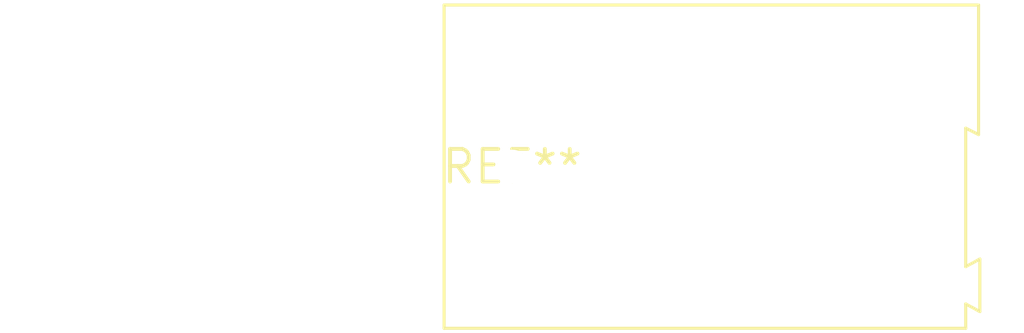
<source format=kicad_pcb>
(kicad_pcb (version 20240108) (generator pcbnew)
  (layers (0 "F.Cu" signal) (31 "B.Cu" signal) (34 "B.Paste" user) (35 "F.Paste" user) (36 "B.SilkS" user "B.Silkscreen") (37 "F.SilkS" user "F.Silkscreen") (38 "B.Mask" user) (39 "F.Mask" user) (44 "Edge.Cuts" user))
  (net 0 "")
  (footprint "TerminalBlock_Altech_AK300-4_P5.00mm" (layer "F.Cu") (at 0 0)
    (property "Reference" "REF**")
    (property "Value" "TerminalBlock_Altech_AK300-4_P5.00mm")
    (fp_line (start -2.65 -6.3) (end 18.15 -6.3) (layer "F.SilkS") (stroke (width 0.12)))
    (fp_line (start -2.65 6.3) (end -2.65 -6.3) (layer "F.SilkS") (stroke (width 0.12)))
    (fp_line (start 17.65 -1.5) (end 17.65 3.9) (layer "F.SilkS") (stroke (width 0.12)))
    (fp_line (start 17.65 3.9) (end 18.2 3.6) (layer "F.SilkS") (stroke (width 0.12)))
    (fp_line (start 17.65 5.35) (end 17.65 6.3) (layer "F.SilkS") (stroke (width 0.12)))
    (fp_line (start 17.65 6.3) (end -2.65 6.3) (layer "F.SilkS") (stroke (width 0.12)))
    (fp_line (start 18.15 -6.3) (end 18.15 -1.25) (layer "F.SilkS") (stroke (width 0.12)))
    (fp_line (start 18.15 -1.25) (end 17.65 -1.5) (layer "F.SilkS") (stroke (width 0.12)))
    (fp_line (start 18.2 3.6) (end 18.2 5.65) (layer "F.SilkS") (stroke (width 0.12)))
    (fp_line (start 18.2 5.65) (end 17.65 5.35) (layer "F.SilkS") (stroke (width 0.12)))
    (pad "1" thru_hole rect (at 0 0) (size 1.98 3.96) (drill 1.32) (layers *.Cu *.Mask) (remove_unused_layers))
    (pad "2" thru_hole oval (at 5 0) (size 1.98 3.96) (drill 1.32) (layers *.Cu *.Mask) (remove_unused_layers))
    (pad "3" thru_hole oval (at 10 0) (size 1.98 3.96) (drill 1.32) (layers *.Cu *.Mask) (remove_unused_layers))
    (pad "4" thru_hole oval (at 15 0) (size 1.98 3.96) (drill 1.32) (layers *.Cu *.Mask) (remove_unused_layers))
  )
)
</source>
